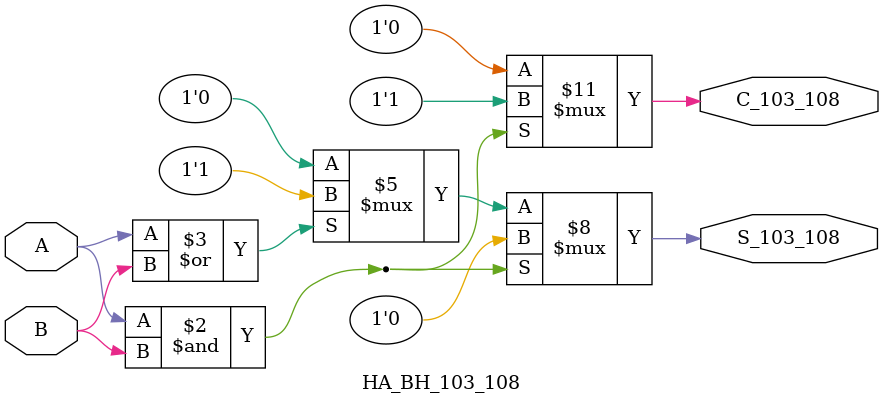
<source format=v>
`timescale 1ns / 1ps


module HA_BH_103_108(
    input A,
    input B,
    output reg C_103_108,
    output reg S_103_108
    );
    
    always @(*)
    begin
    if (A & B)
    begin
    C_103_108 <= 1;
    S_103_108 <= 0; 
   end
   
   else
   begin
   C_103_108 <= 0;
   if (A | B) S_103_108 <= 1;
   else S_103_108 <= 0;
   end
   end
   
endmodule

</source>
